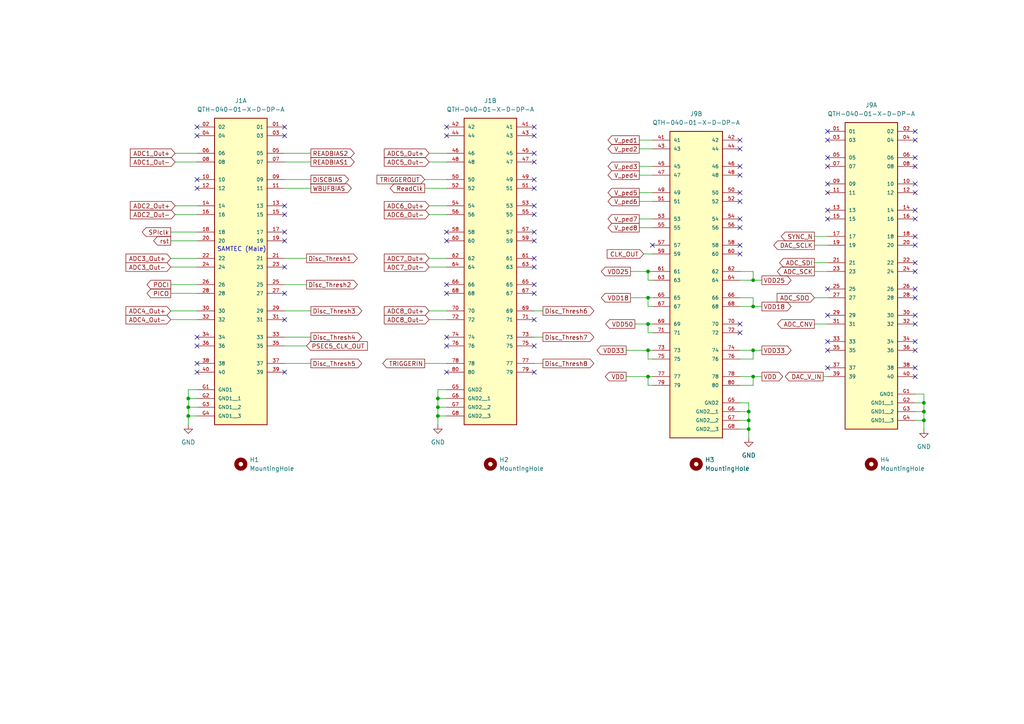
<source format=kicad_sch>
(kicad_sch (version 20231120) (generator "eeschema") (generator_version "8.0")
  (paper "A4")
  (lib_symbols
    (symbol "Mechanical:MountingHole" (pin_names (offset 1.016)) (exclude_from_sim yes) (in_bom no)
      (property "Reference" "H" (at 0 5.08 0))
      (property "Value" "MountingHole" (at 0 3.175 0))
      (symbol "MountingHole_0_1"
        (circle (center 0 0) (radius 1.27) (stroke (width 1.27)))
      )
    )
    (symbol "QTH-040-01-L-D-DP-A:QTH-040-01-X-D-DP-A" (pin_names (offset 1.016))
      (property "Reference" "J" (at -7.62 41.402 0))
      (property "Value" "QTH-040-01-X-D-DP-A" (at -7.62 -49.022 0))
      (symbol "QTH-040-01-X-D-DP-A_1_0"
        (rectangle (start -7.62 -48.26) (end 7.62 40.64) (stroke (width 0.254)) (fill (type background)))
        (pin passive line (at -12.7 38.1 0) (length 5.08) (name "01") (number "01"))
        (pin passive line (at 12.7 38.1 180) (length 5.08) (name "02") (number "02"))
        (pin passive line (at -12.7 35.56 0) (length 5.08) (name "03") (number "03"))
        (pin passive line (at 12.7 35.56 180) (length 5.08) (name "04") (number "04"))
        (pin passive line (at -12.7 30.48 0) (length 5.08) (name "05") (number "05"))
        (pin passive line (at 12.7 30.48 180) (length 5.08) (name "06") (number "06"))
        (pin passive line (at -12.7 27.94 0) (length 5.08) (name "07") (number "07"))
        (pin passive line (at 12.7 27.94 180) (length 5.08) (name "08") (number "08"))
        (pin passive line (at -12.7 22.86 0) (length 5.08) (name "09") (number "09"))
        (pin passive line (at 12.7 22.86 180) (length 5.08) (name "10") (number "10"))
        (pin passive line (at -12.7 20.32 0) (length 5.08) (name "11") (number "11"))
        (pin passive line (at 12.7 20.32 180) (length 5.08) (name "12") (number "12"))
        (pin passive line (at -12.7 15.24 0) (length 5.08) (name "13") (number "13"))
        (pin passive line (at 12.7 15.24 180) (length 5.08) (name "14") (number "14"))
        (pin passive line (at -12.7 12.7 0) (length 5.08) (name "15") (number "15"))
        (pin passive line (at 12.7 12.7 180) (length 5.08) (name "16") (number "16"))
        (pin passive line (at -12.7 7.62 0) (length 5.08) (name "17") (number "17"))
        (pin passive line (at 12.7 7.62 180) (length 5.08) (name "18") (number "18"))
        (pin passive line (at -12.7 5.08 0) (length 5.08) (name "19") (number "19"))
        (pin passive line (at 12.7 5.08 180) (length 5.08) (name "20") (number "20"))
        (pin passive line (at -12.7 0 0) (length 5.08) (name "21") (number "21"))
        (pin passive line (at 12.7 0 180) (length 5.08) (name "22") (number "22"))
        (pin passive line (at -12.7 -2.54 0) (length 5.08) (name "23") (number "23"))
        (pin passive line (at 12.7 -2.54 180) (length 5.08) (name "24") (number "24"))
        (pin passive line (at -12.7 -7.62 0) (length 5.08) (name "25") (number "25"))
        (pin passive line (at 12.7 -7.62 180) (length 5.08) (name "26") (number "26"))
        (pin passive line (at -12.7 -10.16 0) (length 5.08) (name "27") (number "27"))
        (pin passive line (at 12.7 -10.16 180) (length 5.08) (name "28") (number "28"))
        (pin passive line (at -12.7 -15.24 0) (length 5.08) (name "29") (number "29"))
        (pin passive line (at 12.7 -15.24 180) (length 5.08) (name "30") (number "30"))
        (pin passive line (at -12.7 -17.78 0) (length 5.08) (name "31") (number "31"))
        (pin passive line (at 12.7 -17.78 180) (length 5.08) (name "32") (number "32"))
        (pin passive line (at -12.7 -22.86 0) (length 5.08) (name "33") (number "33"))
        (pin passive line (at 12.7 -22.86 180) (length 5.08) (name "34") (number "34"))
        (pin passive line (at -12.7 -25.4 0) (length 5.08) (name "35") (number "35"))
        (pin passive line (at 12.7 -25.4 180) (length 5.08) (name "36") (number "36"))
        (pin passive line (at -12.7 -30.48 0) (length 5.08) (name "37") (number "37"))
        (pin passive line (at 12.7 -30.48 180) (length 5.08) (name "38") (number "38"))
        (pin passive line (at -12.7 -33.02 0) (length 5.08) (name "39") (number "39"))
        (pin passive line (at 12.7 -33.02 180) (length 5.08) (name "40") (number "40"))
        (pin power_in line (at 12.7 -38.1 180) (length 5.08) (name "GND1") (number "G1"))
        (pin power_in line (at 12.7 -40.64 180) (length 5.08) (name "GND1__1") (number "G2"))
        (pin power_in line (at 12.7 -43.18 180) (length 5.08) (name "GND1__2") (number "G3"))
        (pin power_in line (at 12.7 -45.72 180) (length 5.08) (name "GND1__3") (number "G4"))
      )
      (symbol "QTH-040-01-X-D-DP-A_2_0"
        (rectangle (start -7.62 -48.26) (end 7.62 40.64) (stroke (width 0.254)) (fill (type background)))
        (pin passive line (at -12.7 38.1 0) (length 5.08) (name "41") (number "41"))
        (pin passive line (at 12.7 38.1 180) (length 5.08) (name "42") (number "42"))
        (pin passive line (at -12.7 35.56 0) (length 5.08) (name "43") (number "43"))
        (pin passive line (at 12.7 35.56 180) (length 5.08) (name "44") (number "44"))
        (pin passive line (at -12.7 30.48 0) (length 5.08) (name "45") (number "45"))
        (pin passive line (at 12.7 30.48 180) (length 5.08) (name "46") (number "46"))
        (pin passive line (at -12.7 27.94 0) (length 5.08) (name "47") (number "47"))
        (pin passive line (at 12.7 27.94 180) (length 5.08) (name "48") (number "48"))
        (pin passive line (at -12.7 22.86 0) (length 5.08) (name "49") (number "49"))
        (pin passive line (at 12.7 22.86 180) (length 5.08) (name "50") (number "50"))
        (pin passive line (at -12.7 20.32 0) (length 5.08) (name "51") (number "51"))
        (pin passive line (at 12.7 20.32 180) (length 5.08) (name "52") (number "52"))
        (pin passive line (at -12.7 15.24 0) (length 5.08) (name "53") (number "53"))
        (pin passive line (at 12.7 15.24 180) (length 5.08) (name "54") (number "54"))
        (pin passive line (at -12.7 12.7 0) (length 5.08) (name "55") (number "55"))
        (pin passive line (at 12.7 12.7 180) (length 5.08) (name "56") (number "56"))
        (pin passive line (at -12.7 7.62 0) (length 5.08) (name "57") (number "57"))
        (pin passive line (at 12.7 7.62 180) (length 5.08) (name "58") (number "58"))
        (pin passive line (at -12.7 5.08 0) (length 5.08) (name "59") (number "59"))
        (pin passive line (at 12.7 5.08 180) (length 5.08) (name "60") (number "60"))
        (pin passive line (at -12.7 0 0) (length 5.08) (name "61") (number "61"))
        (pin passive line (at 12.7 0 180) (length 5.08) (name "62") (number "62"))
        (pin passive line (at -12.7 -2.54 0) (length 5.08) (name "63") (number "63"))
        (pin passive line (at 12.7 -2.54 180) (length 5.08) (name "64") (number "64"))
        (pin passive line (at -12.7 -7.62 0) (length 5.08) (name "65") (number "65"))
        (pin passive line (at 12.7 -7.62 180) (length 5.08) (name "66") (number "66"))
        (pin passive line (at -12.7 -10.16 0) (length 5.08) (name "67") (number "67"))
        (pin passive line (at 12.7 -10.16 180) (length 5.08) (name "68") (number "68"))
        (pin passive line (at -12.7 -15.24 0) (length 5.08) (name "69") (number "69"))
        (pin passive line (at 12.7 -15.24 180) (length 5.08) (name "70") (number "70"))
        (pin passive line (at -12.7 -17.78 0) (length 5.08) (name "71") (number "71"))
        (pin passive line (at 12.7 -17.78 180) (length 5.08) (name "72") (number "72"))
        (pin passive line (at -12.7 -22.86 0) (length 5.08) (name "73") (number "73"))
        (pin passive line (at 12.7 -22.86 180) (length 5.08) (name "74") (number "74"))
        (pin passive line (at -12.7 -25.4 0) (length 5.08) (name "75") (number "75"))
        (pin passive line (at 12.7 -25.4 180) (length 5.08) (name "76") (number "76"))
        (pin passive line (at -12.7 -30.48 0) (length 5.08) (name "77") (number "77"))
        (pin passive line (at 12.7 -30.48 180) (length 5.08) (name "78") (number "78"))
        (pin passive line (at -12.7 -33.02 0) (length 5.08) (name "79") (number "79"))
        (pin passive line (at 12.7 -33.02 180) (length 5.08) (name "80") (number "80"))
        (pin power_in line (at 12.7 -38.1 180) (length 5.08) (name "GND2") (number "G5"))
        (pin power_in line (at 12.7 -40.64 180) (length 5.08) (name "GND2__1") (number "G6"))
        (pin power_in line (at 12.7 -43.18 180) (length 5.08) (name "GND2__2") (number "G7"))
        (pin power_in line (at 12.7 -45.72 180) (length 5.08) (name "GND2__3") (number "G8"))
      )
    )
    (symbol "power:GND" (power) (pin_numbers hide) (pin_names (offset 0) hide)
      (property "Value" "GND" (at 0 -3.81 0))
      (symbol "GND_0_1"
        (polyline (pts (xy 0 0) (xy 0 -1.27) (xy 1.27 -1.27) (xy 0 -2.54) (xy -1.27 -1.27) (xy 0 -1.27)))
      )
      (symbol "GND_1_1"
        (pin power_in line (at 0 0 270) (length 0) (name "~") (number "1"))
      )
    )
  )
  (junction (at 267.97 121.92))
  (junction (at 127 118.11))
  (junction (at 267.97 119.38))
  (junction (at 187.96 101.6))
  (junction (at 187.96 86.36))
  (junction (at 54.61 118.11))
  (junction (at 267.97 116.84))
  (junction (at 187.96 78.74))
  (junction (at 54.61 115.57))
  (junction (at 217.17 119.38))
  (junction (at 218.44 101.6))
  (junction (at 217.17 124.46))
  (junction (at 127 120.65))
  (junction (at 218.44 88.9))
  (junction (at 217.17 121.92))
  (junction (at 127 115.57))
  (junction (at 218.44 81.28))
  (junction (at 218.44 109.22))
  (junction (at 54.61 120.65))
  (junction (at 187.96 93.98))
  (junction (at 187.96 109.22))
  (no_connect (at 265.43 76.2))
  (no_connect (at 154.94 69.85))
  (no_connect (at 240.03 38.1))
  (no_connect (at 265.43 38.1))
  (no_connect (at 154.94 46.99))
  (no_connect (at 265.43 68.58))
  (no_connect (at 265.43 99.06))
  (no_connect (at 82.55 39.37))
  (no_connect (at 240.03 99.06))
  (no_connect (at 154.94 67.31))
  (no_connect (at 154.94 82.55))
  (no_connect (at 265.43 63.5))
  (no_connect (at 265.43 40.64))
  (no_connect (at 129.54 97.79))
  (no_connect (at 265.43 83.82))
  (no_connect (at 154.94 36.83))
  (no_connect (at 57.15 36.83))
  (no_connect (at 82.55 92.71))
  (no_connect (at 214.63 50.8))
  (no_connect (at 129.54 36.83))
  (no_connect (at 129.54 107.95))
  (no_connect (at 154.94 52.07))
  (no_connect (at 265.43 53.34))
  (no_connect (at 214.63 71.12))
  (no_connect (at 214.63 58.42))
  (no_connect (at 57.15 107.95))
  (no_connect (at 154.94 92.71))
  (no_connect (at 82.55 67.31))
  (no_connect (at 57.15 105.41))
  (no_connect (at 265.43 101.6))
  (no_connect (at 214.63 48.26))
  (no_connect (at 154.94 100.33))
  (no_connect (at 240.03 48.26))
  (no_connect (at 129.54 85.09))
  (no_connect (at 57.15 54.61))
  (no_connect (at 154.94 59.69))
  (no_connect (at 154.94 44.45))
  (no_connect (at 129.54 69.85))
  (no_connect (at 240.03 55.88))
  (no_connect (at 240.03 45.72))
  (no_connect (at 154.94 54.61))
  (no_connect (at 214.63 40.64))
  (no_connect (at 240.03 53.34))
  (no_connect (at 82.55 59.69))
  (no_connect (at 82.55 62.23))
  (no_connect (at 214.63 43.18))
  (no_connect (at 214.63 66.04))
  (no_connect (at 265.43 45.72))
  (no_connect (at 129.54 67.31))
  (no_connect (at 265.43 86.36))
  (no_connect (at 214.63 73.66))
  (no_connect (at 240.03 101.6))
  (no_connect (at 214.63 96.52))
  (no_connect (at 240.03 91.44))
  (no_connect (at 265.43 106.68))
  (no_connect (at 129.54 100.33))
  (no_connect (at 57.15 39.37))
  (no_connect (at 265.43 109.22))
  (no_connect (at 82.55 107.95))
  (no_connect (at 129.54 39.37))
  (no_connect (at 154.94 85.09))
  (no_connect (at 214.63 63.5))
  (no_connect (at 240.03 60.96))
  (no_connect (at 240.03 63.5))
  (no_connect (at 265.43 78.74))
  (no_connect (at 57.15 97.79))
  (no_connect (at 57.15 100.33))
  (no_connect (at 240.03 106.68))
  (no_connect (at 154.94 77.47))
  (no_connect (at 265.43 55.88))
  (no_connect (at 57.15 52.07))
  (no_connect (at 82.55 77.47))
  (no_connect (at 265.43 48.26))
  (no_connect (at 189.23 71.12))
  (no_connect (at 82.55 85.09))
  (no_connect (at 82.55 69.85))
  (no_connect (at 154.94 107.95))
  (no_connect (at 154.94 74.93))
  (no_connect (at 265.43 60.96))
  (no_connect (at 214.63 93.98))
  (no_connect (at 265.43 91.44))
  (no_connect (at 240.03 40.64))
  (no_connect (at 129.54 82.55))
  (no_connect (at 214.63 55.88))
  (no_connect (at 82.55 36.83))
  (no_connect (at 265.43 93.98))
  (no_connect (at 240.03 83.82))
  (no_connect (at 265.43 71.12))
  (no_connect (at 154.94 39.37))
  (no_connect (at 154.94 62.23))
  (wire (pts (xy 82.55 82.55) (xy 88.9 82.55)))
  (wire (pts (xy 187.96 81.28) (xy 187.96 78.74)))
  (wire (pts (xy 217.17 121.92) (xy 217.17 124.46)))
  (wire (pts (xy 218.44 88.9) (xy 220.98 88.9)))
  (wire (pts (xy 57.15 115.57) (xy 54.61 115.57)))
  (wire (pts (xy 49.53 74.93) (xy 57.15 74.93)))
  (wire (pts (xy 82.55 97.79) (xy 90.17 97.79)))
  (wire (pts (xy 82.55 44.45) (xy 90.17 44.45)))
  (wire (pts (xy 124.46 59.69) (xy 129.54 59.69)))
  (wire (pts (xy 189.23 88.9) (xy 187.96 88.9)))
  (wire (pts (xy 267.97 116.84) (xy 267.97 119.38)))
  (wire (pts (xy 267.97 114.3) (xy 267.97 116.84)))
  (wire (pts (xy 82.55 90.17) (xy 90.17 90.17)))
  (wire (pts (xy 214.63 86.36) (xy 218.44 86.36)))
  (wire (pts (xy 236.22 71.12) (xy 240.03 71.12)))
  (wire (pts (xy 57.15 120.65) (xy 54.61 120.65)))
  (wire (pts (xy 185.42 50.8) (xy 189.23 50.8)))
  (wire (pts (xy 129.54 115.57) (xy 127 115.57)))
  (wire (pts (xy 265.43 116.84) (xy 267.97 116.84)))
  (wire (pts (xy 54.61 115.57) (xy 54.61 118.11)))
  (wire (pts (xy 185.42 43.18) (xy 189.23 43.18)))
  (wire (pts (xy 129.54 120.65) (xy 127 120.65)))
  (wire (pts (xy 124.46 62.23) (xy 129.54 62.23)))
  (wire (pts (xy 124.46 46.99) (xy 129.54 46.99)))
  (wire (pts (xy 214.63 121.92) (xy 217.17 121.92)))
  (wire (pts (xy 50.8 62.23) (xy 57.15 62.23)))
  (wire (pts (xy 236.22 76.2) (xy 240.03 76.2)))
  (wire (pts (xy 187.96 104.14) (xy 187.96 101.6)))
  (wire (pts (xy 185.42 66.04) (xy 189.23 66.04)))
  (wire (pts (xy 218.44 111.76) (xy 218.44 109.22)))
  (wire (pts (xy 154.94 105.41) (xy 157.48 105.41)))
  (wire (pts (xy 127 113.03) (xy 127 115.57)))
  (wire (pts (xy 129.54 118.11) (xy 127 118.11)))
  (wire (pts (xy 214.63 124.46) (xy 217.17 124.46)))
  (wire (pts (xy 214.63 119.38) (xy 217.17 119.38)))
  (wire (pts (xy 236.22 68.58) (xy 240.03 68.58)))
  (wire (pts (xy 189.23 101.6) (xy 187.96 101.6)))
  (wire (pts (xy 124.46 74.93) (xy 129.54 74.93)))
  (wire (pts (xy 186.69 73.66) (xy 189.23 73.66)))
  (wire (pts (xy 129.54 113.03) (xy 127 113.03)))
  (wire (pts (xy 187.96 111.76) (xy 187.96 109.22)))
  (wire (pts (xy 187.96 93.98) (xy 184.15 93.98)))
  (wire (pts (xy 218.44 88.9) (xy 218.44 86.36)))
  (wire (pts (xy 181.61 109.22) (xy 187.96 109.22)))
  (wire (pts (xy 218.44 81.28) (xy 218.44 78.74)))
  (wire (pts (xy 49.53 92.71) (xy 57.15 92.71)))
  (wire (pts (xy 154.94 97.79) (xy 157.48 97.79)))
  (wire (pts (xy 185.42 58.42) (xy 189.23 58.42)))
  (wire (pts (xy 49.53 77.47) (xy 57.15 77.47)))
  (wire (pts (xy 217.17 116.84) (xy 217.17 119.38)))
  (wire (pts (xy 154.94 90.17) (xy 157.48 90.17)))
  (wire (pts (xy 82.55 52.07) (xy 90.17 52.07)))
  (wire (pts (xy 265.43 119.38) (xy 267.97 119.38)))
  (wire (pts (xy 265.43 121.92) (xy 267.97 121.92)))
  (wire (pts (xy 49.53 67.31) (xy 57.15 67.31)))
  (wire (pts (xy 123.19 52.07) (xy 129.54 52.07)))
  (wire (pts (xy 217.17 119.38) (xy 217.17 121.92)))
  (wire (pts (xy 267.97 119.38) (xy 267.97 121.92)))
  (wire (pts (xy 123.19 54.61) (xy 129.54 54.61)))
  (wire (pts (xy 218.44 81.28) (xy 220.98 81.28)))
  (wire (pts (xy 238.76 109.22) (xy 240.03 109.22)))
  (wire (pts (xy 185.42 63.5) (xy 189.23 63.5)))
  (wire (pts (xy 189.23 78.74) (xy 187.96 78.74)))
  (wire (pts (xy 214.63 109.22) (xy 218.44 109.22)))
  (wire (pts (xy 185.42 55.88) (xy 189.23 55.88)))
  (wire (pts (xy 187.96 88.9) (xy 187.96 86.36)))
  (wire (pts (xy 217.17 124.46) (xy 217.17 127)))
  (wire (pts (xy 49.53 85.09) (xy 57.15 85.09)))
  (wire (pts (xy 82.55 105.41) (xy 90.17 105.41)))
  (wire (pts (xy 189.23 96.52) (xy 187.96 96.52)))
  (wire (pts (xy 214.63 88.9) (xy 218.44 88.9)))
  (wire (pts (xy 54.61 120.65) (xy 54.61 123.19)))
  (wire (pts (xy 185.42 40.64) (xy 189.23 40.64)))
  (wire (pts (xy 265.43 114.3) (xy 267.97 114.3)))
  (wire (pts (xy 124.46 90.17) (xy 129.54 90.17)))
  (wire (pts (xy 214.63 104.14) (xy 218.44 104.14)))
  (wire (pts (xy 50.8 44.45) (xy 57.15 44.45)))
  (wire (pts (xy 127 118.11) (xy 127 120.65)))
  (wire (pts (xy 57.15 113.03) (xy 54.61 113.03)))
  (wire (pts (xy 218.44 104.14) (xy 218.44 101.6)))
  (wire (pts (xy 187.96 109.22) (xy 189.23 109.22)))
  (wire (pts (xy 82.55 74.93) (xy 88.9 74.93)))
  (wire (pts (xy 187.96 78.74) (xy 182.88 78.74)))
  (wire (pts (xy 124.46 44.45) (xy 129.54 44.45)))
  (wire (pts (xy 57.15 118.11) (xy 54.61 118.11)))
  (wire (pts (xy 50.8 46.99) (xy 57.15 46.99)))
  (wire (pts (xy 49.53 90.17) (xy 57.15 90.17)))
  (wire (pts (xy 127 120.65) (xy 127 123.19)))
  (wire (pts (xy 236.22 78.74) (xy 240.03 78.74)))
  (wire (pts (xy 218.44 101.6) (xy 220.98 101.6)))
  (wire (pts (xy 189.23 93.98) (xy 187.96 93.98)))
  (wire (pts (xy 123.19 105.41) (xy 129.54 105.41)))
  (wire (pts (xy 54.61 113.03) (xy 54.61 115.57)))
  (wire (pts (xy 49.53 69.85) (xy 57.15 69.85)))
  (wire (pts (xy 236.22 86.36) (xy 240.03 86.36)))
  (wire (pts (xy 54.61 118.11) (xy 54.61 120.65)))
  (wire (pts (xy 218.44 109.22) (xy 220.98 109.22)))
  (wire (pts (xy 214.63 111.76) (xy 218.44 111.76)))
  (wire (pts (xy 185.42 48.26) (xy 189.23 48.26)))
  (wire (pts (xy 187.96 86.36) (xy 182.88 86.36)))
  (wire (pts (xy 82.55 46.99) (xy 90.17 46.99)))
  (wire (pts (xy 127 115.57) (xy 127 118.11)))
  (wire (pts (xy 214.63 78.74) (xy 218.44 78.74)))
  (wire (pts (xy 187.96 96.52) (xy 187.96 93.98)))
  (wire (pts (xy 189.23 111.76) (xy 187.96 111.76)))
  (wire (pts (xy 82.55 100.33) (xy 88.9 100.33)))
  (wire (pts (xy 189.23 86.36) (xy 187.96 86.36)))
  (wire (pts (xy 214.63 81.28) (xy 218.44 81.28)))
  (wire (pts (xy 267.97 121.92) (xy 267.97 124.46)))
  (wire (pts (xy 214.63 116.84) (xy 217.17 116.84)))
  (wire (pts (xy 124.46 92.71) (xy 129.54 92.71)))
  (wire (pts (xy 189.23 81.28) (xy 187.96 81.28)))
  (wire (pts (xy 124.46 77.47) (xy 129.54 77.47)))
  (wire (pts (xy 214.63 101.6) (xy 218.44 101.6)))
  (wire (pts (xy 82.55 54.61) (xy 90.17 54.61)))
  (wire (pts (xy 50.8 59.69) (xy 57.15 59.69)))
  (wire (pts (xy 49.53 82.55) (xy 57.15 82.55)))
  (wire (pts (xy 189.23 104.14) (xy 187.96 104.14)))
  (wire (pts (xy 181.61 101.6) (xy 187.96 101.6)))
  (wire (pts (xy 236.22 93.98) (xy 240.03 93.98)))
  (text "SAMTEC (Male)\n" (at 70.104 72.39 0) (effects (font (size 1.27 1.27))))
  (global_label "ADC4_Out+" (shape input) (at 49.53 90.17 180) (property "Intersheetrefs" "${INTERSHEET_REFS}" (effects (hide yes))))
  (global_label "TRIGGEROUT" (shape input) (at 123.19 52.07 180) (property "Intersheetrefs" "${INTERSHEET_REFS}" (effects (hide yes))))
  (global_label "Disc_Thresh7" (shape output) (at 157.48 97.79 0) (property "Intersheetrefs" "${INTERSHEET_REFS}" (effects (hide yes))))
  (global_label "ADC2_Out-" (shape input) (at 50.8 62.23 180) (property "Intersheetrefs" "${INTERSHEET_REFS}" (effects (hide yes))))
  (global_label "ADC1_Out-" (shape input) (at 50.8 46.99 180) (property "Intersheetrefs" "${INTERSHEET_REFS}" (effects (hide yes))))
  (global_label "ADC6_Out+" (shape input) (at 124.46 59.69 180) (property "Intersheetrefs" "${INTERSHEET_REFS}" (effects (hide yes))))
  (global_label "ADC3_Out+" (shape input) (at 49.53 74.93 180) (property "Intersheetrefs" "${INTERSHEET_REFS}" (effects (hide yes))))
  (global_label "DAC_V_IN" (shape output) (at 238.76 109.22 180) (property "Intersheetrefs" "${INTERSHEET_REFS}" (effects (hide yes))))
  (global_label "READBIAS2" (shape output) (at 90.17 44.45 0) (property "Intersheetrefs" "${INTERSHEET_REFS}" (effects (hide yes))))
  (global_label "DAC_SCLK" (shape output) (at 236.22 71.12 180) (property "Intersheetrefs" "${INTERSHEET_REFS}" (effects (hide yes))))
  (global_label "V_ped5" (shape output) (at 185.42 55.88 180) (property "Intersheetrefs" "${INTERSHEET_REFS}" (effects (hide yes))))
  (global_label "PICO" (shape output) (at 49.53 85.09 180) (property "Intersheetrefs" "${INTERSHEET_REFS}" (effects (hide yes))))
  (global_label "ADC8_Out+" (shape input) (at 124.46 90.17 180) (property "Intersheetrefs" "${INTERSHEET_REFS}" (effects (hide yes))))
  (global_label "SPIclk" (shape output) (at 49.53 67.31 180) (property "Intersheetrefs" "${INTERSHEET_REFS}" (effects (hide yes))))
  (global_label "WBUFBIAS" (shape output) (at 90.17 54.61 0) (property "Intersheetrefs" "${INTERSHEET_REFS}" (effects (hide yes))))
  (global_label "Disc_Thresh4" (shape output) (at 90.17 97.79 0) (property "Intersheetrefs" "${INTERSHEET_REFS}" (effects (hide yes))))
  (global_label "V_ped7" (shape output) (at 185.42 63.5 180) (property "Intersheetrefs" "${INTERSHEET_REFS}" (effects (hide yes))))
  (global_label "ADC3_Out-" (shape input) (at 49.53 77.47 180) (property "Intersheetrefs" "${INTERSHEET_REFS}" (effects (hide yes))))
  (global_label "ADC5_Out+" (shape input) (at 124.46 44.45 180) (property "Intersheetrefs" "${INTERSHEET_REFS}" (effects (hide yes))))
  (global_label "ADC2_Out+" (shape input) (at 50.8 59.69 180) (property "Intersheetrefs" "${INTERSHEET_REFS}" (effects (hide yes))))
  (global_label "VDD25" (shape output) (at 220.98 81.28 0) (property "Intersheetrefs" "${INTERSHEET_REFS}" (effects (hide yes))))
  (global_label "ADC7_Out+" (shape input) (at 124.46 74.93 180) (property "Intersheetrefs" "${INTERSHEET_REFS}" (effects (hide yes))))
  (global_label "VDD25" (shape output) (at 182.88 78.74 180) (property "Intersheetrefs" "${INTERSHEET_REFS}" (effects (hide yes))))
  (global_label "VDD18" (shape output) (at 220.98 88.9 0) (property "Intersheetrefs" "${INTERSHEET_REFS}" (effects (hide yes))))
  (global_label "ADC5_Out-" (shape input) (at 124.46 46.99 180) (property "Intersheetrefs" "${INTERSHEET_REFS}" (effects (hide yes))))
  (global_label "PSEC5_CLK_OUT" (shape input) (at 88.9 100.33 0) (property "Intersheetrefs" "${INTERSHEET_REFS}" (effects (hide yes))))
  (global_label "VDD" (shape output) (at 181.61 109.22 180) (property "Intersheetrefs" "${INTERSHEET_REFS}" (effects (hide yes))))
  (global_label "V_ped1" (shape output) (at 185.42 40.64 180) (property "Intersheetrefs" "${INTERSHEET_REFS}" (effects (hide yes))))
  (global_label "CLK_OUT" (shape input) (at 186.69 73.66 180) (property "Intersheetrefs" "${INTERSHEET_REFS}" (effects (hide yes))))
  (global_label "DISCBIAS" (shape output) (at 90.17 52.07 0) (property "Intersheetrefs" "${INTERSHEET_REFS}" (effects (hide yes))))
  (global_label "TRIGGERIN" (shape output) (at 123.19 105.41 180) (property "Intersheetrefs" "${INTERSHEET_REFS}" (effects (hide yes))))
  (global_label "rst" (shape output) (at 49.53 69.85 180) (property "Intersheetrefs" "${INTERSHEET_REFS}" (effects (hide yes))))
  (global_label "POCI" (shape output) (at 49.53 82.55 180) (property "Intersheetrefs" "${INTERSHEET_REFS}" (effects (hide yes))))
  (global_label "V_ped3" (shape output) (at 185.42 48.26 180) (property "Intersheetrefs" "${INTERSHEET_REFS}" (effects (hide yes))))
  (global_label "READBIAS1" (shape output) (at 90.17 46.99 0) (property "Intersheetrefs" "${INTERSHEET_REFS}" (effects (hide yes))))
  (global_label "VDD" (shape output) (at 220.98 109.22 0) (property "Intersheetrefs" "${INTERSHEET_REFS}" (effects (hide yes))))
  (global_label "ReadClk" (shape output) (at 123.19 54.61 180) (property "Intersheetrefs" "${INTERSHEET_REFS}" (effects (hide yes))))
  (global_label "Disc_Thresh1" (shape output) (at 88.9 74.93 0) (property "Intersheetrefs" "${INTERSHEET_REFS}" (effects (hide yes))))
  (global_label "Disc_Thresh6" (shape output) (at 157.48 90.17 0) (property "Intersheetrefs" "${INTERSHEET_REFS}" (effects (hide yes))))
  (global_label "Disc_Thresh3" (shape output) (at 90.17 90.17 0) (property "Intersheetrefs" "${INTERSHEET_REFS}" (effects (hide yes))))
  (global_label "VDD18" (shape output) (at 182.88 86.36 180) (property "Intersheetrefs" "${INTERSHEET_REFS}" (effects (hide yes))))
  (global_label "V_ped6" (shape output) (at 185.42 58.42 180) (property "Intersheetrefs" "${INTERSHEET_REFS}" (effects (hide yes))))
  (global_label "ADC_SCK" (shape output) (at 236.22 78.74 180) (property "Intersheetrefs" "${INTERSHEET_REFS}" (effects (hide yes))))
  (global_label "V_ped4" (shape output) (at 185.42 50.8 180) (property "Intersheetrefs" "${INTERSHEET_REFS}" (effects (hide yes))))
  (global_label "VDD33" (shape output) (at 220.98 101.6 0) (property "Intersheetrefs" "${INTERSHEET_REFS}" (effects (hide yes))))
  (global_label "ADC_SDI" (shape output) (at 236.22 76.2 180) (property "Intersheetrefs" "${INTERSHEET_REFS}" (effects (hide yes))))
  (global_label "ADC8_Out-" (shape input) (at 124.46 92.71 180) (property "Intersheetrefs" "${INTERSHEET_REFS}" (effects (hide yes))))
  (global_label "ADC6_Out-" (shape input) (at 124.46 62.23 180) (property "Intersheetrefs" "${INTERSHEET_REFS}" (effects (hide yes))))
  (global_label "ADC4_Out-" (shape input) (at 49.53 92.71 180) (property "Intersheetrefs" "${INTERSHEET_REFS}" (effects (hide yes))))
  (global_label "V_ped8" (shape output) (at 185.42 66.04 180) (property "Intersheetrefs" "${INTERSHEET_REFS}" (effects (hide yes))))
  (global_label "ADC_CNV" (shape output) (at 236.22 93.98 180) (property "Intersheetrefs" "${INTERSHEET_REFS}" (effects (hide yes))))
  (global_label "SYNC_N" (shape output) (at 236.22 68.58 180) (property "Intersheetrefs" "${INTERSHEET_REFS}" (effects (hide yes))))
  (global_label "Disc_Thresh5" (shape output) (at 90.17 105.41 0) (property "Intersheetrefs" "${INTERSHEET_REFS}" (effects (hide yes))))
  (global_label "ADC1_Out+" (shape input) (at 50.8 44.45 180) (property "Intersheetrefs" "${INTERSHEET_REFS}" (effects (hide yes))))
  (global_label "Disc_Thresh8" (shape output) (at 157.48 105.41 0) (property "Intersheetrefs" "${INTERSHEET_REFS}" (effects (hide yes))))
  (global_label "VDD50" (shape output) (at 184.15 93.98 180) (property "Intersheetrefs" "${INTERSHEET_REFS}" (effects (hide yes))))
  (global_label "ADC7_Out-" (shape input) (at 124.46 77.47 180) (property "Intersheetrefs" "${INTERSHEET_REFS}" (effects (hide yes))))
  (global_label "VDD33" (shape output) (at 181.61 101.6 180) (property "Intersheetrefs" "${INTERSHEET_REFS}" (effects (hide yes))))
  (global_label "ADC_SDO" (shape input) (at 236.22 86.36 180) (property "Intersheetrefs" "${INTERSHEET_REFS}" (effects (hide yes))))
  (global_label "V_ped2" (shape output) (at 185.42 43.18 180) (property "Intersheetrefs" "${INTERSHEET_REFS}" (effects (hide yes))))
  (global_label "Disc_Thresh2" (shape output) (at 88.9 82.55 0) (property "Intersheetrefs" "${INTERSHEET_REFS}" (effects (hide yes))))
  (symbol (lib_id "power:GND") (at 217.17 127 0) (unit 1)
    (property "Reference" "#PWR044" (effects (hide yes)))
    (property "Value" "GND" (at 217.17 132.08 0))
    (property "Description" "Power symbol creates a global label with name \"GND\" , ground" (effects (hide yes)))
  )
  (symbol (lib_id "Mechanical:MountingHole") (at 201.93 134.62 0) (unit 1) (exclude_from_sim yes) (in_bom no)
    (property "Reference" "H3" (at 204.47 133.3499 0) (effects (justify left)))
    (property "Value" "MountingHole" (at 204.47 135.8899 0) (effects (justify left)))
    (property "Footprint" "MountingHole:MountingHole_2.2mm_M2" (effects (hide yes)))
    (property "Description" "Mounting Hole without connection" (effects (hide yes)))
  )
  (symbol (lib_id "QTH-040-01-L-D-DP-A:QTH-040-01-X-D-DP-A") (at 252.73 76.2 0) (unit 1)
    (property "Reference" "J9" (at 252.73 30.48 0))
    (property "Value" "QTH-040-01-X-D-DP-A" (at 252.73 33.02 0))
    (property "Footprint" "QTH-040-01-X-D-DP-A:SAMTEC_QTH-040-01-X-D-DP-A" (effects (hide yes)))
    (property "PARTREV" "L" (effects (hide yes)))
    (property "STANDARD" "Manufacturer Recommendations" (effects (hide yes)))
    (property "MAXIMUM_PACKAGE_HEIGHT" "4.347mm" (effects (hide yes)))
    (property "MANUFACTURER" "Samtec" (effects (hide yes)))
  )
  (symbol (lib_id "QTH-040-01-L-D-DP-A:QTH-040-01-X-D-DP-A") (at 142.24 74.93 0) (mirror y) (unit 2)
    (property "Reference" "J1" (at 142.24 29.21 0))
    (property "Value" "QTH-040-01-X-D-DP-A" (at 142.24 31.75 0))
    (property "Footprint" "QTH-040-01-X-D-DP-A:SAMTEC_QTH-040-01-X-D-DP-A" (effects (hide yes)))
    (property "PARTREV" "L" (effects (hide yes)))
    (property "STANDARD" "Manufacturer Recommendations" (effects (hide yes)))
    (property "MAXIMUM_PACKAGE_HEIGHT" "4.347mm" (effects (hide yes)))
    (property "MANUFACTURER" "Samtec" (effects (hide yes)))
  )
  (symbol (lib_id "power:GND") (at 127 123.19 0) (mirror y) (unit 1)
    (property "Reference" "#PWR087" (effects (hide yes)))
    (property "Value" "GND" (at 127 128.27 0))
    (property "Description" "Power symbol creates a global label with name \"GND\" , ground" (effects (hide yes)))
  )
  (symbol (lib_id "power:GND") (at 267.97 124.46 0) (unit 1)
    (property "Reference" "#PWR088" (effects (hide yes)))
    (property "Value" "GND" (at 267.97 129.54 0))
    (property "Description" "Power symbol creates a global label with name \"GND\" , ground" (effects (hide yes)))
  )
  (symbol (lib_id "power:GND") (at 54.61 123.19 0) (mirror y) (unit 1)
    (property "Reference" "#PWR06" (effects (hide yes)))
    (property "Value" "GND" (at 54.61 128.27 0))
    (property "Description" "Power symbol creates a global label with name \"GND\" , ground" (effects (hide yes)))
  )
  (symbol (lib_id "Mechanical:MountingHole") (at 252.73 134.62 0) (unit 1) (exclude_from_sim yes) (in_bom no)
    (property "Reference" "H4" (at 255.27 133.3499 0) (effects (justify left)))
    (property "Value" "MountingHole" (at 255.27 135.8899 0) (effects (justify left)))
    (property "Footprint" "MountingHole:MountingHole_2.2mm_M2" (effects (hide yes)))
    (property "Description" "Mounting Hole without connection" (effects (hide yes)))
  )
  (symbol (lib_id "Mechanical:MountingHole") (at 69.85 134.62 0) (unit 1) (exclude_from_sim yes) (in_bom no)
    (property "Reference" "H1" (at 72.39 133.3499 0) (effects (justify left)))
    (property "Value" "MountingHole" (at 72.39 135.8899 0) (effects (justify left)))
    (property "Footprint" "MountingHole:MountingHole_2.2mm_M2" (effects (hide yes)))
    (property "Description" "Mounting Hole without connection" (effects (hide yes)))
  )
  (symbol (lib_id "QTH-040-01-L-D-DP-A:QTH-040-01-X-D-DP-A") (at 69.85 74.93 0) (mirror y) (unit 1)
    (property "Reference" "J1" (at 69.85 29.21 0))
    (property "Value" "QTH-040-01-X-D-DP-A" (at 69.85 31.75 0))
    (property "Footprint" "QTH-040-01-X-D-DP-A:SAMTEC_QTH-040-01-X-D-DP-A" (effects (hide yes)))
    (property "PARTREV" "L" (effects (hide yes)))
    (property "STANDARD" "Manufacturer Recommendations" (effects (hide yes)))
    (property "MAXIMUM_PACKAGE_HEIGHT" "4.347mm" (effects (hide yes)))
    (property "MANUFACTURER" "Samtec" (effects (hide yes)))
  )
  (symbol (lib_id "Mechanical:MountingHole") (at 142.24 134.62 0) (unit 1) (exclude_from_sim yes) (in_bom no)
    (property "Reference" "H2" (at 144.78 133.3499 0) (effects (justify left)))
    (property "Value" "MountingHole" (at 144.78 135.8899 0) (effects (justify left)))
    (property "Footprint" "MountingHole:MountingHole_2.2mm_M2" (effects (hide yes)))
    (property "Description" "Mounting Hole without connection" (effects (hide yes)))
  )
  (symbol (lib_id "QTH-040-01-L-D-DP-A:QTH-040-01-X-D-DP-A") (at 201.93 78.74 0) (unit 2)
    (property "Reference" "J9" (at 201.93 33.02 0))
    (property "Value" "QTH-040-01-X-D-DP-A" (at 201.93 35.56 0))
    (property "Footprint" "QTH-040-01-X-D-DP-A:SAMTEC_QTH-040-01-X-D-DP-A" (effects (hide yes)))
    (property "PARTREV" "L" (effects (hide yes)))
    (property "STANDARD" "Manufacturer Recommendations" (effects (hide yes)))
    (property "MAXIMUM_PACKAGE_HEIGHT" "4.347mm" (effects (hide yes)))
    (property "MANUFACTURER" "Samtec" (effects (hide yes)))
  )
)
</source>
